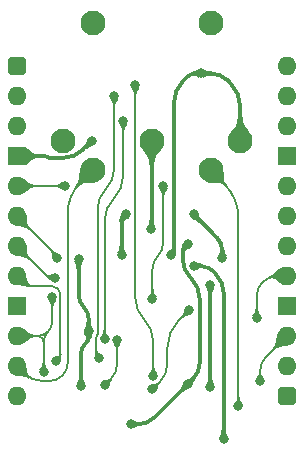
<source format=gbl>
%TF.GenerationSoftware,KiCad,Pcbnew,8.0.7*%
%TF.CreationDate,2025-02-05T15:24:52+02:00*%
%TF.ProjectId,SNES Controller Reader,534e4553-2043-46f6-9e74-726f6c6c6572,V2*%
%TF.SameCoordinates,Original*%
%TF.FileFunction,Copper,L2,Bot*%
%TF.FilePolarity,Positive*%
%FSLAX46Y46*%
G04 Gerber Fmt 4.6, Leading zero omitted, Abs format (unit mm)*
G04 Created by KiCad (PCBNEW 8.0.7) date 2025-02-05 15:24:52*
%MOMM*%
%LPD*%
G01*
G04 APERTURE LIST*
G04 Aperture macros list*
%AMRoundRect*
0 Rectangle with rounded corners*
0 $1 Rounding radius*
0 $2 $3 $4 $5 $6 $7 $8 $9 X,Y pos of 4 corners*
0 Add a 4 corners polygon primitive as box body*
4,1,4,$2,$3,$4,$5,$6,$7,$8,$9,$2,$3,0*
0 Add four circle primitives for the rounded corners*
1,1,$1+$1,$2,$3*
1,1,$1+$1,$4,$5*
1,1,$1+$1,$6,$7*
1,1,$1+$1,$8,$9*
0 Add four rect primitives between the rounded corners*
20,1,$1+$1,$2,$3,$4,$5,0*
20,1,$1+$1,$4,$5,$6,$7,0*
20,1,$1+$1,$6,$7,$8,$9,0*
20,1,$1+$1,$8,$9,$2,$3,0*%
G04 Aperture macros list end*
%TA.AperFunction,ComponentPad*%
%ADD10C,2.100000*%
%TD*%
%TA.AperFunction,ComponentPad*%
%ADD11RoundRect,0.400000X-0.400000X-0.400000X0.400000X-0.400000X0.400000X0.400000X-0.400000X0.400000X0*%
%TD*%
%TA.AperFunction,ComponentPad*%
%ADD12O,1.600000X1.600000*%
%TD*%
%TA.AperFunction,ComponentPad*%
%ADD13R,1.600000X1.600000*%
%TD*%
%TA.AperFunction,ViaPad*%
%ADD14C,0.800000*%
%TD*%
%TA.AperFunction,Conductor*%
%ADD15C,0.380000*%
%TD*%
%TA.AperFunction,Conductor*%
%ADD16C,0.200000*%
%TD*%
G04 APERTURE END LIST*
D10*
%TO.P,J1,1*%
%TO.N,Serial PL*%
X3930000Y-6350000D03*
%TO.P,J1,2*%
%TO.N,GND*%
X11430000Y-6350000D03*
%TO.P,J1,3*%
%TO.N,5V*%
X18930000Y-6350000D03*
%TO.P,J1,4*%
%TO.N,Serial CP*%
X6430000Y-8850000D03*
%TO.P,J1,5*%
%TO.N,/Serial Data _{IN}*%
X16430000Y-8850000D03*
%TO.P,J1,6*%
%TO.N,unconnected-(J1-Pad6)*%
X6430000Y3650000D03*
%TO.P,J1,7*%
%TO.N,unconnected-(J1-Pad7)*%
X16430000Y3650000D03*
%TD*%
D11*
%TO.P,J2,1,Pin_1*%
%TO.N,5V*%
X0Y0D03*
D12*
%TO.P,J2,2,Pin_2*%
%TO.N,D4*%
X0Y-2540000D03*
%TO.P,J2,3,Pin_3*%
%TO.N,D3*%
X0Y-5080000D03*
D13*
%TO.P,J2,4,Pin_4*%
%TO.N,GND*%
X0Y-7620000D03*
D12*
%TO.P,J2,5,Pin_5*%
%TO.N,D2*%
X0Y-10160000D03*
%TO.P,J2,6,Pin_6*%
%TO.N,D1*%
X0Y-12700000D03*
%TO.P,J2,7,Pin_7*%
%TO.N,D0*%
X0Y-15240000D03*
%TO.P,J2,8,Pin_8*%
%TO.N,~{Reset}*%
X0Y-17780000D03*
D13*
%TO.P,J2,9,Pin_9*%
%TO.N,GND*%
X0Y-20320000D03*
D12*
%TO.P,J2,10,Pin_10*%
%TO.N,Serial PL*%
X0Y-22860000D03*
%TO.P,J2,11,Pin_11*%
%TO.N,Serial CP*%
X0Y-25400000D03*
%TO.P,J2,12,Pin_12*%
%TO.N,~{Serial CP}*%
X0Y-27940000D03*
D11*
%TO.P,J2,13,Pin_13*%
%TO.N,5V*%
X22860000Y-27940000D03*
D12*
%TO.P,J2,14,Pin_14*%
%TO.N,~{Read High}*%
X22860000Y-25400000D03*
%TO.P,J2,15,Pin_15*%
%TO.N,Serial Data*%
X22860000Y-22860000D03*
D13*
%TO.P,J2,16,Pin_16*%
%TO.N,GND*%
X22860000Y-20320000D03*
D12*
%TO.P,J2,17,Pin_17*%
%TO.N,~{Read Low}*%
X22860000Y-17780000D03*
%TO.P,J2,18,Pin_18*%
%TO.N,unconnected-(J2-Pin_18-Pad18)*%
X22860000Y-15240000D03*
%TO.P,J2,19,Pin_19*%
%TO.N,unconnected-(J2-Pin_19-Pad19)*%
X22860000Y-12700000D03*
%TO.P,J2,20,Pin_20*%
%TO.N,unconnected-(J2-Pin_20-Pad20)*%
X22860000Y-10160000D03*
D13*
%TO.P,J2,21,Pin_21*%
%TO.N,GND*%
X22860000Y-7620000D03*
D12*
%TO.P,J2,22,Pin_22*%
%TO.N,D5*%
X22860000Y-5080000D03*
%TO.P,J2,23,Pin_23*%
%TO.N,D6*%
X22860000Y-2540000D03*
%TO.P,J2,24,Pin_24*%
%TO.N,D7*%
X22860000Y0D03*
%TD*%
D14*
%TO.N,/3.3V*%
X14986000Y-12573000D03*
X17405505Y-16256005D03*
X9271000Y-12573006D03*
X16383000Y-27178006D03*
X8890000Y-16002006D03*
X16383000Y-18542000D03*
%TO.N,GND*%
X11404000Y-13817000D03*
X9654861Y-30314000D03*
X14478004Y-26924000D03*
X14478000Y-15113000D03*
X5444790Y-27108195D03*
X6096000Y-22479000D03*
X5250000Y-16383000D03*
X6350000Y-6350000D03*
%TO.N,5V*%
X17526000Y-31623000D03*
X15621000Y-635000D03*
X13081000Y-16002000D03*
X14986002Y-16939176D03*
%TO.N,D6*%
X8254996Y-2540000D03*
X6985000Y-24765000D03*
%TO.N,~{Read Low}*%
X20320000Y-21336000D03*
%TO.N,D7*%
X10033001Y-1651001D03*
X11557000Y-26289000D03*
%TO.N,D0*%
X3253572Y-17915844D03*
%TO.N,D5*%
X9017000Y-4699000D03*
X7442871Y-23161438D03*
%TO.N,D1*%
X3429000Y-16256000D03*
%TO.N,/Q7S*%
X11479800Y-27387500D03*
X14577755Y-20700201D03*
%TO.N,D2*%
X4064000Y-10160000D03*
X11493557Y-19709000D03*
X12405996Y-10200004D03*
%TO.N,~{Reset}*%
X3313190Y-25019822D03*
%TO.N,Serial Data*%
X20597502Y-26693502D03*
%TO.N,Serial PL*%
X2286000Y-25908000D03*
X3006354Y-19581353D03*
X8490503Y-23219000D03*
X7493000Y-26980900D03*
%TO.N,/Serial Data _{IN}*%
X18772500Y-28829000D03*
%TD*%
D15*
%TO.N,/3.3V*%
X16958790Y-14545790D02*
G75*
G02*
X17405529Y-15624255I-1078490J-1078510D01*
G01*
X9080500Y-12763506D02*
G75*
G03*
X8890007Y-13223413I459900J-459894D01*
G01*
D16*
%TO.N,/Serial Data _{IN}*%
X17601250Y-10021250D02*
G75*
G02*
X18772501Y-12848897I-2827650J-2827650D01*
G01*
%TO.N,Serial CP*%
X3873499Y-26225501D02*
G75*
G02*
X2800383Y-26670001I-1073119J1073121D01*
G01*
X635000Y-26035000D02*
G75*
G03*
X2168025Y-26670002I1533030J1533030D01*
G01*
X4317998Y-25152385D02*
G75*
G02*
X3873497Y-26225499I-1517618J5D01*
G01*
X5373999Y-9906001D02*
G75*
G03*
X4318004Y-12455412I2549401J-2549399D01*
G01*
%TO.N,Serial PL*%
X1776632Y-22860000D02*
G75*
G03*
X2646177Y-22499823I-2J1229730D01*
G01*
X2286000Y-23369367D02*
G75*
G03*
X1776632Y-22860000I-509370J-3D01*
G01*
X2646177Y-22499823D02*
G75*
G03*
X2286002Y-23369367I869533J-869537D01*
G01*
X8490503Y-25278055D02*
G75*
G02*
X7991750Y-26482147I-1702853J5D01*
G01*
X3006354Y-21630278D02*
G75*
G02*
X2646178Y-22499824I-1229724J-2D01*
G01*
%TO.N,Serial Data*%
X21152935Y-24567064D02*
G75*
G03*
X20597510Y-25908000I1340965J-1340936D01*
G01*
%TO.N,~{Reset}*%
X3511587Y-18860612D02*
G75*
G03*
X3041374Y-18665854I-470187J-470188D01*
G01*
X3511587Y-18860612D02*
G75*
G02*
X3706346Y-19330825I-470187J-470188D01*
G01*
X3706356Y-24348645D02*
G75*
G02*
X3509772Y-24823238I-671186J5D01*
G01*
X442922Y-18222922D02*
G75*
G03*
X1512230Y-18665843I1069308J1069312D01*
G01*
%TO.N,D2*%
X12405996Y-14988705D02*
G75*
G02*
X11949767Y-16090107I-1557596J5D01*
G01*
X11949776Y-16090116D02*
G75*
G03*
X11493580Y-17191527I1101424J-1101384D01*
G01*
%TO.N,/Q7S*%
X12766150Y-25191563D02*
G75*
G02*
X12122974Y-26744324I-2195940J3D01*
G01*
X13671952Y-21606003D02*
G75*
G03*
X12766166Y-23792804I2186848J-2186797D01*
G01*
%TO.N,D1*%
X3384098Y-16084098D02*
G75*
G02*
X3429001Y-16192500I-108398J-108402D01*
G01*
%TO.N,D5*%
X9017000Y-9300922D02*
G75*
G02*
X8229935Y-11201064I-2687210J2D01*
G01*
X8229935Y-11201064D02*
G75*
G03*
X7442881Y-13101206I1900165J-1900136D01*
G01*
%TO.N,D0*%
X2471586Y-17711586D02*
G75*
G03*
X2964708Y-17915849I493114J493086D01*
G01*
%TO.N,D7*%
X10032999Y-19623368D02*
G75*
G03*
X10794999Y-21463000I2601631J-2D01*
G01*
X10794999Y-21463000D02*
G75*
G02*
X11556987Y-23302632I-1839599J-1839600D01*
G01*
%TO.N,~{Read Low}*%
X22054420Y-17780000D02*
G75*
G03*
X20827994Y-18287994I-20J-1734400D01*
G01*
X20828000Y-18288000D02*
G75*
G03*
X20320008Y-19514420I1226400J-1226400D01*
G01*
%TO.N,D6*%
X6731000Y-24331394D02*
G75*
G03*
X6857998Y-24638002I433600J-6D01*
G01*
X7550498Y-10425816D02*
G75*
G03*
X6846015Y-12126624I1700802J-1700784D01*
G01*
X6788500Y-22847161D02*
G75*
G03*
X6730980Y-22985978I138800J-138839D01*
G01*
X6846000Y-22708343D02*
G75*
G02*
X6788475Y-22847136I-196300J43D01*
G01*
X8254996Y-8725007D02*
G75*
G02*
X7550492Y-10425810I-2405296J7D01*
G01*
D15*
%TO.N,5V*%
X15176500Y-635000D02*
G75*
G03*
X14417695Y-949312I0J-1073100D01*
G01*
X16854459Y-17610717D02*
G75*
G02*
X17526023Y-19231960I-1621259J-1621283D01*
G01*
X14033500Y-1333500D02*
G75*
G03*
X13335012Y-3019828I1686300J-1686300D01*
G01*
X17855716Y-1218716D02*
G75*
G03*
X16446500Y-634990I-1409216J-1409184D01*
G01*
X18101000Y-1464000D02*
G75*
G02*
X18930007Y-3465383I-2001400J-2001400D01*
G01*
X13335000Y-15568394D02*
G75*
G02*
X13208002Y-15875002I-433600J-6D01*
G01*
X16606091Y-17362349D02*
G75*
G03*
X15584460Y-16939210I-1021591J-1021651D01*
G01*
%TO.N,GND*%
X2581050Y-7705950D02*
G75*
G03*
X2373548Y-7620021I-207450J-207450D01*
G01*
X5629050Y-7070950D02*
G75*
G02*
X3888522Y-7791901I-1740530J1740530D01*
G01*
X5770394Y-23566604D02*
G75*
G03*
X5444785Y-24352685I786106J-786096D01*
G01*
X11430000Y-13772615D02*
G75*
G02*
X11416996Y-13803996I-44400J15D01*
G01*
X15494000Y-25189586D02*
G75*
G02*
X14986006Y-26416006I-1734400J-14D01*
G01*
X11594696Y-29807307D02*
G75*
G02*
X10371432Y-30314010I-1223296J1223307D01*
G01*
X14273500Y-15317500D02*
G75*
G03*
X14069003Y-15811206I493700J-493700D01*
G01*
X2581050Y-7705950D02*
G75*
G03*
X2788551Y-7791920I207550J207550D01*
G01*
X5673000Y-20405000D02*
G75*
G02*
X6095995Y-21426212I-1021200J-1021200D01*
G01*
X5250000Y-19383787D02*
G75*
G03*
X5672999Y-20405001I1444210J-3D01*
G01*
X14069000Y-16394202D02*
G75*
G03*
X14685738Y-17883147I2105700J2D01*
G01*
X14781500Y-17978905D02*
G75*
G02*
X15493985Y-19699032I-1720100J-1720095D01*
G01*
X6096000Y-22860000D02*
G75*
G02*
X5826589Y-23510404I-919800J0D01*
G01*
%TO.N,/3.3V*%
X17405505Y-16256005D02*
X17405505Y-15624255D01*
X8890000Y-16002006D02*
X8890000Y-13223413D01*
X9271000Y-12573006D02*
X9080500Y-12763506D01*
X16383000Y-18542000D02*
X16383000Y-27178006D01*
X16958790Y-14545790D02*
X14986000Y-12573000D01*
%TO.N,GND*%
X14069000Y-15811206D02*
X14069000Y-16394202D01*
X11594696Y-29807307D02*
X14478004Y-26924000D01*
X6096000Y-22860000D02*
X6096000Y-22479000D01*
X9654861Y-30314000D02*
X10371432Y-30314000D01*
X14685740Y-17883145D02*
X14781500Y-17978905D01*
X11404000Y-13817000D02*
X11417000Y-13804000D01*
X2373548Y-7620000D02*
X0Y-7620000D01*
X5770394Y-23566604D02*
X5826592Y-23510407D01*
X6096000Y-21426212D02*
X6096000Y-22479000D01*
X15494000Y-25189586D02*
X15494000Y-19699032D01*
X11430000Y-13772615D02*
X11430000Y-6350000D01*
X5444790Y-24352685D02*
X5444790Y-27108195D01*
X5629050Y-7070950D02*
X6350000Y-6350000D01*
X14986002Y-26416002D02*
X14478004Y-26924000D01*
X5250000Y-16383000D02*
X5250000Y-19383787D01*
X14273500Y-15317500D02*
X14478000Y-15113000D01*
X3888522Y-7791900D02*
X2788551Y-7791900D01*
%TO.N,5V*%
X15621000Y-635000D02*
X16446500Y-635000D01*
X15176500Y-635000D02*
X15621000Y-635000D01*
X13081000Y-16002000D02*
X13208000Y-15875000D01*
X14417691Y-949308D02*
X14033500Y-1333500D01*
X17855716Y-1218716D02*
X18101000Y-1464000D01*
X16854459Y-17610717D02*
X16606091Y-17362349D01*
X17526000Y-31623000D02*
X17526000Y-19231960D01*
X14986002Y-16939176D02*
X15584460Y-16939176D01*
X13335000Y-3019828D02*
X13335000Y-15568394D01*
X18930000Y-3465383D02*
X18930000Y-6350000D01*
D16*
%TO.N,D6*%
X6858000Y-24638000D02*
X6985000Y-24765000D01*
X8254996Y-2540000D02*
X8254996Y-8725007D01*
X6846000Y-12126624D02*
X6846000Y-22708343D01*
X6731000Y-24331394D02*
X6731000Y-22985978D01*
%TO.N,~{Read Low}*%
X20320000Y-21336000D02*
X20320000Y-19514420D01*
X22054420Y-17780000D02*
X22860000Y-17780000D01*
%TO.N,D7*%
X10032999Y-1651003D02*
X10033001Y-1651001D01*
X10032999Y-1651003D02*
X10032999Y-19623368D01*
X11557000Y-26289000D02*
X11557000Y-23302632D01*
%TO.N,D0*%
X2471586Y-17711586D02*
X0Y-15240000D01*
X2964708Y-17915844D02*
X3253572Y-17915844D01*
%TO.N,D5*%
X7442871Y-23161438D02*
X7442871Y-13101206D01*
X9017000Y-4699000D02*
X9017000Y-9300922D01*
%TO.N,D1*%
X3429000Y-16192500D02*
X3429000Y-16256000D01*
X3384098Y-16084098D02*
X0Y-12700000D01*
%TO.N,/Q7S*%
X12766150Y-25191563D02*
X12766150Y-23792804D01*
X11479800Y-27387500D02*
X12122975Y-26744325D01*
X14577755Y-20700201D02*
X13671952Y-21606003D01*
%TO.N,D2*%
X12405996Y-14988705D02*
X12405996Y-10200004D01*
X4064000Y-10160000D02*
X0Y-10160000D01*
X11493557Y-17191527D02*
X11493557Y-19709000D01*
%TO.N,~{Reset}*%
X3041374Y-18665844D02*
X1512230Y-18665844D01*
X3706356Y-19330825D02*
X3706356Y-24348645D01*
X3509773Y-24823239D02*
X3313190Y-25019822D01*
%TO.N,Serial Data*%
X21152935Y-24567064D02*
X22860000Y-22860000D01*
X20597502Y-25908000D02*
X20597502Y-26693502D01*
%TO.N,Serial PL*%
X1776632Y-22860000D02*
X0Y-22860000D01*
X3006354Y-21630278D02*
X3006354Y-19581353D01*
X2286000Y-23369367D02*
X2286000Y-25908000D01*
X7991751Y-26482148D02*
X7493000Y-26980900D01*
X8490503Y-25278055D02*
X8490503Y-23219000D01*
%TO.N,Serial CP*%
X2800383Y-26670000D02*
X2168025Y-26670000D01*
X635000Y-26035000D02*
X0Y-25400000D01*
X4317998Y-25152385D02*
X4317998Y-12455412D01*
X5373999Y-9906001D02*
X6430000Y-8850000D01*
%TO.N,/Serial Data _{IN}*%
X18772500Y-28829000D02*
X18772500Y-12848897D01*
X17601250Y-10021250D02*
X16430000Y-8850000D01*
%TD*%
%TA.AperFunction,Conductor*%
%TO.N,/3.3V*%
G36*
X8912135Y-12424330D02*
G01*
X9268823Y-12571110D01*
X9272659Y-12573671D01*
X9544103Y-12846075D01*
X9547515Y-12854355D01*
X9544074Y-12862622D01*
X9542608Y-12863860D01*
X9422357Y-12949611D01*
X9419711Y-12951026D01*
X9293181Y-12998984D01*
X9293093Y-12999016D01*
X9184214Y-13039294D01*
X9184213Y-13039294D01*
X9108420Y-13109389D01*
X9108420Y-13109390D01*
X9081925Y-13237897D01*
X9076898Y-13245307D01*
X9070466Y-13247234D01*
X8711997Y-13247234D01*
X8703724Y-13243807D01*
X8700297Y-13235534D01*
X8700301Y-13235241D01*
X8705213Y-13039294D01*
X8705294Y-13036037D01*
X8705379Y-13034907D01*
X8723876Y-12886271D01*
X8724231Y-12884527D01*
X8759983Y-12759049D01*
X8760387Y-12757876D01*
X8817934Y-12616139D01*
X8896921Y-12430567D01*
X8903313Y-12424299D01*
X8912135Y-12424330D01*
G37*
%TD.AperFunction*%
%TD*%
%TA.AperFunction,Conductor*%
%TO.N,~{Reset}*%
G36*
X3793880Y-24355506D02*
G01*
X3802067Y-24359131D01*
X3805295Y-24367484D01*
X3805263Y-24368103D01*
X3793499Y-24520664D01*
X3793303Y-24522075D01*
X3770058Y-24637425D01*
X3769902Y-24638097D01*
X3743614Y-24737779D01*
X3722090Y-24854202D01*
X3713783Y-25008777D01*
X3709917Y-25016854D01*
X3702129Y-25019849D01*
X3318041Y-25020808D01*
X3309760Y-25017402D01*
X3309724Y-25017366D01*
X3159827Y-24866927D01*
X3040454Y-24747123D01*
X3037043Y-24738845D01*
X3040485Y-24730578D01*
X3042301Y-24729098D01*
X3181990Y-24637020D01*
X3185397Y-24635490D01*
X3336325Y-24595093D01*
X3336813Y-24594975D01*
X3470543Y-24565980D01*
X3566709Y-24500685D01*
X3603911Y-24359927D01*
X3609339Y-24352805D01*
X3615501Y-24351221D01*
X3793880Y-24355506D01*
G37*
%TD.AperFunction*%
%TD*%
%TA.AperFunction,Conductor*%
%TO.N,~{Reset}*%
G36*
X735966Y-17478858D02*
G01*
X742294Y-17485194D01*
X742725Y-17486426D01*
X830932Y-17792676D01*
X831274Y-17794281D01*
X870022Y-18069187D01*
X870027Y-18069217D01*
X920743Y-18292810D01*
X1048353Y-18455987D01*
X1308679Y-18547233D01*
X1315353Y-18553203D01*
X1316365Y-18560104D01*
X1288470Y-18736224D01*
X1283791Y-18743860D01*
X1275084Y-18745950D01*
X1274867Y-18745913D01*
X969197Y-18691586D01*
X968877Y-18691525D01*
X743748Y-18645019D01*
X548614Y-18609907D01*
X548607Y-18609906D01*
X321417Y-18587728D01*
X286985Y-18586900D01*
X11404Y-18580274D01*
X3215Y-18576649D01*
X-14Y-18568593D01*
X-977Y-17787674D01*
X2439Y-17779399D01*
X6247Y-17776852D01*
X727013Y-17478852D01*
X735966Y-17478858D01*
G37*
%TD.AperFunction*%
%TD*%
%TA.AperFunction,Conductor*%
%TO.N,D0*%
G36*
X3104962Y-17557165D02*
G01*
X3105419Y-17558136D01*
X3251281Y-17909290D01*
X3251290Y-17918245D01*
X3248728Y-17922072D01*
X2978488Y-18190966D01*
X2970207Y-18194372D01*
X2962509Y-18191458D01*
X2846348Y-18089294D01*
X2846345Y-18089292D01*
X2846344Y-18089291D01*
X2846339Y-18089287D01*
X2746435Y-18025457D01*
X2746432Y-18025455D01*
X2746430Y-18025454D01*
X2746427Y-18025452D01*
X2654681Y-17977359D01*
X2653939Y-17976935D01*
X2565618Y-17922072D01*
X2554027Y-17914871D01*
X2552641Y-17913862D01*
X2547244Y-17909290D01*
X2436271Y-17815287D01*
X2432174Y-17807326D01*
X2434906Y-17798799D01*
X2435392Y-17798261D01*
X2558687Y-17670142D01*
X2566891Y-17666558D01*
X2573566Y-17668495D01*
X2672565Y-17733946D01*
X2765641Y-17734203D01*
X2766155Y-17734205D01*
X2766155Y-17734204D01*
X2766157Y-17734205D01*
X2859691Y-17687371D01*
X2966181Y-17617215D01*
X2967141Y-17616648D01*
X3089156Y-17552275D01*
X3098071Y-17551446D01*
X3104962Y-17557165D01*
G37*
%TD.AperFunction*%
%TD*%
%TA.AperFunction,Conductor*%
%TO.N,D6*%
G36*
X6829432Y-24055642D02*
G01*
X6832686Y-24061910D01*
X6855628Y-24193808D01*
X6922356Y-24273534D01*
X6922358Y-24273536D01*
X7020458Y-24325463D01*
X7020478Y-24325473D01*
X7020486Y-24325477D01*
X7068434Y-24348972D01*
X7138156Y-24383138D01*
X7140116Y-24384352D01*
X7257258Y-24474052D01*
X7261743Y-24481801D01*
X7259434Y-24490453D01*
X7258433Y-24491599D01*
X6988441Y-24762546D01*
X6980174Y-24765987D01*
X6980124Y-24765987D01*
X6596990Y-24765029D01*
X6588725Y-24761581D01*
X6585319Y-24753300D01*
X6585321Y-24753090D01*
X6589774Y-24588353D01*
X6589814Y-24587675D01*
X6601179Y-24462812D01*
X6601212Y-24462509D01*
X6614808Y-24354542D01*
X6626216Y-24229198D01*
X6630692Y-24063598D01*
X6634341Y-24055421D01*
X6642388Y-24052215D01*
X6821159Y-24052215D01*
X6829432Y-24055642D01*
G37*
%TD.AperFunction*%
%TD*%
%TA.AperFunction,Conductor*%
%TO.N,5V*%
G36*
X13521267Y-15292831D02*
G01*
X13524694Y-15301104D01*
X13524690Y-15301407D01*
X13520433Y-15465962D01*
X13520393Y-15466674D01*
X13509528Y-15591454D01*
X13509488Y-15591838D01*
X13496488Y-15699756D01*
X13494799Y-15719157D01*
X13485576Y-15825080D01*
X13485576Y-15825094D01*
X13481294Y-15990631D01*
X13477654Y-15998812D01*
X13469627Y-16002028D01*
X13085875Y-16002987D01*
X13077594Y-15999581D01*
X13077558Y-15999546D01*
X13076827Y-15998812D01*
X12807153Y-15728185D01*
X12803742Y-15719906D01*
X12807183Y-15711639D01*
X12807913Y-15710971D01*
X12908698Y-15626417D01*
X12909755Y-15625629D01*
X13004594Y-15563059D01*
X13079143Y-15503731D01*
X13127672Y-15421387D01*
X13143664Y-15299581D01*
X13148138Y-15291824D01*
X13155264Y-15289404D01*
X13512994Y-15289404D01*
X13521267Y-15292831D01*
G37*
%TD.AperFunction*%
%TD*%
%TA.AperFunction,Conductor*%
%TO.N,GND*%
G36*
X14119011Y-14964273D02*
G01*
X14475840Y-15111106D01*
X14479676Y-15113668D01*
X14750974Y-15385939D01*
X14754386Y-15394217D01*
X14750944Y-15402484D01*
X14749354Y-15403810D01*
X14624873Y-15490142D01*
X14621941Y-15491615D01*
X14489564Y-15536225D01*
X14489298Y-15536311D01*
X14373896Y-15572153D01*
X14373892Y-15572155D01*
X14292162Y-15639509D01*
X14261678Y-15769906D01*
X14256458Y-15777182D01*
X14250100Y-15778942D01*
X13891705Y-15773279D01*
X13883487Y-15769721D01*
X13880191Y-15761395D01*
X13880204Y-15761027D01*
X13890388Y-15564529D01*
X13890551Y-15563100D01*
X13895298Y-15536311D01*
X13916306Y-15417730D01*
X13916790Y-15415891D01*
X13959815Y-15293576D01*
X13960181Y-15292662D01*
X14023217Y-15153799D01*
X14103850Y-14970384D01*
X14110317Y-14964191D01*
X14119011Y-14964273D01*
G37*
%TD.AperFunction*%
%TD*%
%TA.AperFunction,Conductor*%
%TO.N,GND*%
G36*
X6098555Y-22478983D02*
G01*
X6435692Y-22619617D01*
X6454805Y-22627590D01*
X6461122Y-22633938D01*
X6461121Y-22642840D01*
X6393629Y-22806861D01*
X6343283Y-22931150D01*
X6300139Y-23038584D01*
X6300126Y-23038617D01*
X6249799Y-23162860D01*
X6249775Y-23162919D01*
X6182327Y-23326833D01*
X6176010Y-23333180D01*
X6167056Y-23333200D01*
X5835990Y-23196066D01*
X5829659Y-23189735D01*
X5829081Y-23182569D01*
X5833736Y-23162860D01*
X5866471Y-23024254D01*
X5840694Y-22900902D01*
X5782164Y-22790536D01*
X5781849Y-22789895D01*
X5723602Y-22661746D01*
X5722681Y-22658628D01*
X5697988Y-22492385D01*
X5700162Y-22483700D01*
X5707842Y-22479095D01*
X5709523Y-22478968D01*
X6094028Y-22478082D01*
X6098555Y-22478983D01*
G37*
%TD.AperFunction*%
%TD*%
%TA.AperFunction,Conductor*%
%TO.N,/3.3V*%
G36*
X17588352Y-15478565D02*
G01*
X17593015Y-15486106D01*
X17617873Y-15635107D01*
X17641899Y-15748369D01*
X17670939Y-15844248D01*
X17712745Y-15952516D01*
X17770589Y-16092148D01*
X17770590Y-16101103D01*
X17764284Y-16107424D01*
X17410163Y-16255114D01*
X17401208Y-16255136D01*
X17401159Y-16255116D01*
X17047432Y-16107715D01*
X17041113Y-16101369D01*
X17041132Y-16092415D01*
X17041408Y-16091804D01*
X17102755Y-15966666D01*
X17103215Y-15965823D01*
X17162005Y-15868502D01*
X17205518Y-15782238D01*
X17225961Y-15679940D01*
X17216532Y-15544795D01*
X17219375Y-15536307D01*
X17226371Y-15532429D01*
X17579646Y-15476475D01*
X17588352Y-15478565D01*
G37*
%TD.AperFunction*%
%TD*%
%TA.AperFunction,Conductor*%
%TO.N,/3.3V*%
G36*
X9077010Y-15205433D02*
G01*
X9080429Y-15213261D01*
X9086340Y-15368424D01*
X9106202Y-15485418D01*
X9140853Y-15583914D01*
X9140858Y-15583927D01*
X9191483Y-15694642D01*
X9191548Y-15694785D01*
X9254732Y-15838007D01*
X9254936Y-15846959D01*
X9248749Y-15853434D01*
X9248529Y-15853528D01*
X8894502Y-16001129D01*
X8885548Y-16001150D01*
X8885498Y-16001129D01*
X8531470Y-15853528D01*
X8525152Y-15847181D01*
X8525173Y-15838227D01*
X8525236Y-15838077D01*
X8588450Y-15694785D01*
X8639145Y-15583913D01*
X8673794Y-15485422D01*
X8693658Y-15368418D01*
X8699571Y-15213259D01*
X8703311Y-15205124D01*
X8711263Y-15202006D01*
X9068737Y-15202006D01*
X9077010Y-15205433D01*
G37*
%TD.AperFunction*%
%TD*%
%TA.AperFunction,Conductor*%
%TO.N,/3.3V*%
G36*
X16570010Y-26381433D02*
G01*
X16573429Y-26389261D01*
X16579340Y-26544424D01*
X16599202Y-26661418D01*
X16633853Y-26759914D01*
X16633858Y-26759927D01*
X16684483Y-26870642D01*
X16684548Y-26870785D01*
X16747732Y-27014007D01*
X16747936Y-27022959D01*
X16741749Y-27029434D01*
X16741529Y-27029528D01*
X16387502Y-27177129D01*
X16378548Y-27177150D01*
X16378498Y-27177129D01*
X16024470Y-27029528D01*
X16018152Y-27023181D01*
X16018173Y-27014227D01*
X16018236Y-27014077D01*
X16081450Y-26870785D01*
X16132145Y-26759913D01*
X16166794Y-26661422D01*
X16186658Y-26544418D01*
X16192571Y-26389259D01*
X16196311Y-26381124D01*
X16204263Y-26378006D01*
X16561737Y-26378006D01*
X16570010Y-26381433D01*
G37*
%TD.AperFunction*%
%TD*%
%TA.AperFunction,Conductor*%
%TO.N,/3.3V*%
G36*
X16741529Y-18690477D02*
G01*
X16747847Y-18696824D01*
X16747826Y-18705778D01*
X16747732Y-18705999D01*
X16684558Y-18849195D01*
X16684493Y-18849337D01*
X16633858Y-18960076D01*
X16633853Y-18960089D01*
X16599202Y-19058585D01*
X16579340Y-19175580D01*
X16573429Y-19330745D01*
X16569689Y-19338882D01*
X16561737Y-19342000D01*
X16204263Y-19342000D01*
X16195990Y-19338573D01*
X16192571Y-19330746D01*
X16192571Y-19330745D01*
X16186658Y-19175587D01*
X16166794Y-19058582D01*
X16132145Y-18960091D01*
X16132143Y-18960087D01*
X16132139Y-18960076D01*
X16081504Y-18849338D01*
X16081439Y-18849195D01*
X16018266Y-18705996D01*
X16018063Y-18697046D01*
X16024250Y-18690571D01*
X16024399Y-18690506D01*
X16378500Y-18542875D01*
X16387449Y-18542855D01*
X16741529Y-18690477D01*
G37*
%TD.AperFunction*%
%TD*%
%TA.AperFunction,Conductor*%
%TO.N,/3.3V*%
G36*
X15353462Y-12424492D02*
G01*
X15359780Y-12430839D01*
X15359869Y-12431061D01*
X15416448Y-12576969D01*
X15416503Y-12577115D01*
X15459015Y-12691255D01*
X15478562Y-12732020D01*
X15504157Y-12785397D01*
X15572849Y-12882181D01*
X15572849Y-12882182D01*
X15628788Y-12942552D01*
X15678381Y-12996073D01*
X15681491Y-13004470D01*
X15678072Y-13012298D01*
X15425298Y-13265072D01*
X15417025Y-13268499D01*
X15409073Y-13265381D01*
X15366279Y-13225728D01*
X15295182Y-13159849D01*
X15198397Y-13091157D01*
X15145020Y-13065562D01*
X15104255Y-13046015D01*
X15104247Y-13046012D01*
X15104245Y-13046011D01*
X15104246Y-13046011D01*
X14990115Y-13003503D01*
X14989969Y-13003448D01*
X14844061Y-12946869D01*
X14837586Y-12940682D01*
X14837382Y-12931730D01*
X14837443Y-12931577D01*
X14983437Y-12576802D01*
X14989753Y-12570457D01*
X15344509Y-12424471D01*
X15353462Y-12424492D01*
G37*
%TD.AperFunction*%
%TD*%
%TA.AperFunction,Conductor*%
%TO.N,GND*%
G36*
X14119464Y-26775458D02*
G01*
X14474199Y-26921436D01*
X14480546Y-26927754D01*
X14480567Y-26927804D01*
X14626532Y-27282508D01*
X14626511Y-27291462D01*
X14620164Y-27297780D01*
X14619942Y-27297869D01*
X14474032Y-27354448D01*
X14473886Y-27354503D01*
X14359756Y-27397011D01*
X14359749Y-27397013D01*
X14359747Y-27397015D01*
X14343572Y-27404770D01*
X14265604Y-27442156D01*
X14168821Y-27510848D01*
X14168820Y-27510848D01*
X14054930Y-27616380D01*
X14046533Y-27619490D01*
X14038705Y-27616071D01*
X13785931Y-27363298D01*
X13782504Y-27355025D01*
X13785620Y-27347075D01*
X13891155Y-27233180D01*
X13959843Y-27136399D01*
X14004987Y-27042255D01*
X14047539Y-26928010D01*
X14104134Y-26782060D01*
X14110321Y-26775586D01*
X14119273Y-26775382D01*
X14119464Y-26775458D01*
G37*
%TD.AperFunction*%
%TD*%
%TA.AperFunction,Conductor*%
%TO.N,GND*%
G36*
X9818550Y-29949387D02*
G01*
X9818953Y-29949564D01*
X9942028Y-30006710D01*
X9942579Y-30006984D01*
X10037811Y-30057765D01*
X10122145Y-30095453D01*
X10223012Y-30118132D01*
X10357083Y-30123581D01*
X10365209Y-30127341D01*
X10368305Y-30135067D01*
X10374556Y-30492830D01*
X10371274Y-30501161D01*
X10363634Y-30504708D01*
X10228030Y-30513718D01*
X10228013Y-30513721D01*
X10125929Y-30536659D01*
X10125922Y-30536661D01*
X10040490Y-30572690D01*
X10040484Y-30572692D01*
X9944034Y-30621575D01*
X9943593Y-30621787D01*
X9818931Y-30678545D01*
X9809982Y-30678855D01*
X9803435Y-30672745D01*
X9803284Y-30672399D01*
X9782094Y-30621575D01*
X9655737Y-30318516D01*
X9655717Y-30309567D01*
X9803250Y-29955682D01*
X9809595Y-29949366D01*
X9818550Y-29949387D01*
G37*
%TD.AperFunction*%
%TD*%
%TA.AperFunction,Conductor*%
%TO.N,GND*%
G36*
X807714Y-6828830D02*
G01*
X808231Y-6829382D01*
X959998Y-7002359D01*
X960001Y-7002362D01*
X1120000Y-7154542D01*
X1120004Y-7154545D01*
X1280001Y-7276544D01*
X1375617Y-7331414D01*
X1439999Y-7368361D01*
X1440003Y-7368362D01*
X1440004Y-7368363D01*
X1592506Y-7427113D01*
X1598994Y-7433285D01*
X1600000Y-7438031D01*
X1600000Y-7801968D01*
X1596573Y-7810241D01*
X1592506Y-7812886D01*
X1440000Y-7871637D01*
X1280001Y-7963454D01*
X1120004Y-8085453D01*
X1120000Y-8085456D01*
X960001Y-8237636D01*
X959998Y-8237639D01*
X808231Y-8410617D01*
X800199Y-8414576D01*
X791720Y-8411696D01*
X791168Y-8411179D01*
X342883Y-7963454D01*
X7287Y-7628277D01*
X3856Y-7620007D01*
X7278Y-7611732D01*
X7288Y-7611722D01*
X185948Y-7433285D01*
X791169Y-6828819D01*
X799443Y-6825398D01*
X807714Y-6828830D01*
G37*
%TD.AperFunction*%
%TD*%
%TA.AperFunction,Conductor*%
%TO.N,GND*%
G36*
X6283010Y-21682427D02*
G01*
X6286429Y-21690255D01*
X6292340Y-21845418D01*
X6312202Y-21962412D01*
X6346853Y-22060908D01*
X6346858Y-22060921D01*
X6397483Y-22171636D01*
X6397548Y-22171779D01*
X6460732Y-22315001D01*
X6460936Y-22323953D01*
X6454749Y-22330428D01*
X6454529Y-22330522D01*
X6100502Y-22478123D01*
X6091548Y-22478144D01*
X6091498Y-22478123D01*
X5737470Y-22330522D01*
X5731152Y-22324175D01*
X5731173Y-22315221D01*
X5731236Y-22315071D01*
X5794450Y-22171779D01*
X5845145Y-22060907D01*
X5879794Y-21962416D01*
X5899658Y-21845412D01*
X5905571Y-21690253D01*
X5909311Y-21682118D01*
X5917263Y-21679000D01*
X6274737Y-21679000D01*
X6283010Y-21682427D01*
G37*
%TD.AperFunction*%
%TD*%
%TA.AperFunction,Conductor*%
%TO.N,GND*%
G36*
X12388171Y-6746875D02*
G01*
X12394497Y-6753212D01*
X12394489Y-6762167D01*
X12394006Y-6763188D01*
X12193214Y-7139491D01*
X12192163Y-7141120D01*
X11983496Y-7412165D01*
X11799945Y-7654454D01*
X11669580Y-7954646D01*
X11621158Y-8389595D01*
X11616837Y-8397438D01*
X11609530Y-8400000D01*
X11250470Y-8400000D01*
X11242197Y-8396573D01*
X11238842Y-8389595D01*
X11225442Y-8269243D01*
X11190419Y-7954646D01*
X11060056Y-7654458D01*
X11060053Y-7654454D01*
X10876503Y-7412165D01*
X10667835Y-7141120D01*
X10666784Y-7139491D01*
X10465993Y-6763188D01*
X10465121Y-6754276D01*
X10470807Y-6747358D01*
X10471814Y-6746881D01*
X11425513Y-6350862D01*
X11434467Y-6350855D01*
X12388171Y-6746875D01*
G37*
%TD.AperFunction*%
%TD*%
%TA.AperFunction,Conductor*%
%TO.N,GND*%
G36*
X11616844Y-13025599D02*
G01*
X11620268Y-13033598D01*
X11623848Y-13186353D01*
X11637686Y-13302809D01*
X11637688Y-13302820D01*
X11664954Y-13401360D01*
X11664960Y-13401379D01*
X11709091Y-13511791D01*
X11768960Y-13653092D01*
X11769032Y-13662046D01*
X11762751Y-13668429D01*
X11762689Y-13668455D01*
X11408502Y-13816123D01*
X11399548Y-13816144D01*
X11399498Y-13816123D01*
X11045649Y-13668597D01*
X11039331Y-13662250D01*
X11039352Y-13653296D01*
X11039524Y-13652904D01*
X11105222Y-13510242D01*
X11105457Y-13509763D01*
X11162503Y-13400590D01*
X11204780Y-13303974D01*
X11231000Y-13188413D01*
X11238409Y-13051544D01*
X11239401Y-13033239D01*
X11243270Y-13025164D01*
X11251084Y-13022172D01*
X11608571Y-13022172D01*
X11616844Y-13025599D01*
G37*
%TD.AperFunction*%
%TD*%
%TA.AperFunction,Conductor*%
%TO.N,GND*%
G36*
X5631800Y-26311622D02*
G01*
X5635219Y-26319450D01*
X5641130Y-26474613D01*
X5660992Y-26591607D01*
X5695643Y-26690103D01*
X5695648Y-26690116D01*
X5746273Y-26800831D01*
X5746338Y-26800974D01*
X5809522Y-26944196D01*
X5809726Y-26953148D01*
X5803539Y-26959623D01*
X5803319Y-26959717D01*
X5449292Y-27107318D01*
X5440338Y-27107339D01*
X5440288Y-27107318D01*
X5086260Y-26959717D01*
X5079942Y-26953370D01*
X5079963Y-26944416D01*
X5080026Y-26944266D01*
X5143240Y-26800974D01*
X5193935Y-26690102D01*
X5228584Y-26591611D01*
X5248448Y-26474607D01*
X5254361Y-26319448D01*
X5258101Y-26311313D01*
X5266053Y-26308195D01*
X5623527Y-26308195D01*
X5631800Y-26311622D01*
G37*
%TD.AperFunction*%
%TD*%
%TA.AperFunction,Conductor*%
%TO.N,GND*%
G36*
X5991460Y-6201458D02*
G01*
X6346195Y-6347436D01*
X6352542Y-6353754D01*
X6352563Y-6353804D01*
X6498528Y-6708508D01*
X6498507Y-6717462D01*
X6492160Y-6723780D01*
X6491938Y-6723869D01*
X6346028Y-6780448D01*
X6345882Y-6780503D01*
X6231752Y-6823011D01*
X6231745Y-6823013D01*
X6231743Y-6823015D01*
X6215564Y-6830772D01*
X6137600Y-6868157D01*
X6040817Y-6936849D01*
X6040816Y-6936849D01*
X5926926Y-7042381D01*
X5918529Y-7045491D01*
X5910701Y-7042072D01*
X5657927Y-6789298D01*
X5654500Y-6781025D01*
X5657616Y-6773075D01*
X5763151Y-6659180D01*
X5831840Y-6562399D01*
X5876983Y-6468255D01*
X5919535Y-6354010D01*
X5976130Y-6208060D01*
X5982317Y-6201586D01*
X5991269Y-6201382D01*
X5991460Y-6201458D01*
G37*
%TD.AperFunction*%
%TD*%
%TA.AperFunction,Conductor*%
%TO.N,GND*%
G36*
X14857414Y-26291546D02*
G01*
X15114520Y-26540390D01*
X15118081Y-26548606D01*
X15115177Y-26556514D01*
X15025277Y-26658956D01*
X15025273Y-26658962D01*
X14969037Y-26747533D01*
X14969034Y-26747539D01*
X14933920Y-26833605D01*
X14933917Y-26833613D01*
X14900131Y-26936639D01*
X14899971Y-26937096D01*
X14851792Y-27065758D01*
X14845682Y-27072304D01*
X14836732Y-27072612D01*
X14836383Y-27072475D01*
X14481820Y-26926574D01*
X14475473Y-26920256D01*
X14475466Y-26920240D01*
X14329561Y-26565698D01*
X14329582Y-26556743D01*
X14335928Y-26550425D01*
X14336312Y-26550276D01*
X14464186Y-26503403D01*
X14464780Y-26503204D01*
X14568245Y-26471486D01*
X14654695Y-26438191D01*
X14684811Y-26419073D01*
X14742284Y-26382592D01*
X14748014Y-26377313D01*
X14841353Y-26291346D01*
X14849757Y-26288263D01*
X14857414Y-26291546D01*
G37*
%TD.AperFunction*%
%TD*%
%TA.AperFunction,Conductor*%
%TO.N,GND*%
G36*
X5608529Y-16531477D02*
G01*
X5614847Y-16537824D01*
X5614826Y-16546778D01*
X5614732Y-16546999D01*
X5551558Y-16690195D01*
X5551493Y-16690337D01*
X5500858Y-16801076D01*
X5500853Y-16801089D01*
X5466202Y-16899585D01*
X5446340Y-17016580D01*
X5440429Y-17171745D01*
X5436689Y-17179882D01*
X5428737Y-17183000D01*
X5071263Y-17183000D01*
X5062990Y-17179573D01*
X5059571Y-17171746D01*
X5059571Y-17171745D01*
X5053658Y-17016587D01*
X5033794Y-16899582D01*
X4999145Y-16801091D01*
X4999143Y-16801087D01*
X4999139Y-16801076D01*
X4948504Y-16690338D01*
X4948439Y-16690195D01*
X4885266Y-16546996D01*
X4885063Y-16538046D01*
X4891250Y-16531571D01*
X4891399Y-16531506D01*
X5245500Y-16383875D01*
X5254449Y-16383855D01*
X5608529Y-16531477D01*
G37*
%TD.AperFunction*%
%TD*%
%TA.AperFunction,Conductor*%
%TO.N,5V*%
G36*
X15784778Y-270173D02*
G01*
X15784954Y-270248D01*
X15928219Y-333450D01*
X15964212Y-349907D01*
X16039076Y-384139D01*
X16039087Y-384143D01*
X16039091Y-384145D01*
X16137582Y-418794D01*
X16137585Y-418795D01*
X16254580Y-438657D01*
X16254581Y-438657D01*
X16254587Y-438658D01*
X16409746Y-444571D01*
X16417882Y-448311D01*
X16421000Y-456263D01*
X16421000Y-813736D01*
X16417573Y-822009D01*
X16409746Y-825428D01*
X16254580Y-831340D01*
X16137585Y-851202D01*
X16039089Y-885853D01*
X16039076Y-885858D01*
X15928337Y-936493D01*
X15928195Y-936558D01*
X15784999Y-999732D01*
X15776046Y-999936D01*
X15769571Y-993750D01*
X15769477Y-993529D01*
X15745725Y-936558D01*
X15621875Y-639499D01*
X15621855Y-630550D01*
X15769478Y-276468D01*
X15775824Y-270152D01*
X15784778Y-270173D01*
G37*
%TD.AperFunction*%
%TD*%
%TA.AperFunction,Conductor*%
%TO.N,5V*%
G36*
X15466246Y-269773D02*
G01*
X15472316Y-275971D01*
X15620046Y-630119D01*
X15620068Y-639071D01*
X15620056Y-639101D01*
X15620049Y-639119D01*
X15472807Y-992827D01*
X15466464Y-999148D01*
X15457510Y-999132D01*
X15456641Y-998728D01*
X15339785Y-938430D01*
X15338699Y-937794D01*
X15244230Y-875356D01*
X15198417Y-850923D01*
X15160459Y-830679D01*
X15065461Y-818607D01*
X14946694Y-850923D01*
X14937811Y-849788D01*
X14932813Y-844110D01*
X14922249Y-818607D01*
X14795919Y-513620D01*
X14795919Y-504666D01*
X14802251Y-498334D01*
X14802485Y-498239D01*
X14956789Y-438500D01*
X14957365Y-438295D01*
X15077081Y-399372D01*
X15077293Y-399307D01*
X15182076Y-368663D01*
X15302181Y-329614D01*
X15457294Y-269564D01*
X15466246Y-269773D01*
G37*
%TD.AperFunction*%
%TD*%
%TA.AperFunction,Conductor*%
%TO.N,5V*%
G36*
X17713010Y-30826427D02*
G01*
X17716429Y-30834255D01*
X17722340Y-30989418D01*
X17742202Y-31106412D01*
X17776853Y-31204908D01*
X17776858Y-31204921D01*
X17827483Y-31315636D01*
X17827548Y-31315779D01*
X17890732Y-31459001D01*
X17890936Y-31467953D01*
X17884749Y-31474428D01*
X17884529Y-31474522D01*
X17530502Y-31622123D01*
X17521548Y-31622144D01*
X17521498Y-31622123D01*
X17167470Y-31474522D01*
X17161152Y-31468175D01*
X17161173Y-31459221D01*
X17161236Y-31459071D01*
X17224450Y-31315779D01*
X17275145Y-31204907D01*
X17309794Y-31106416D01*
X17329658Y-30989412D01*
X17335571Y-30834253D01*
X17339311Y-30826118D01*
X17347263Y-30823000D01*
X17704737Y-30823000D01*
X17713010Y-30826427D01*
G37*
%TD.AperFunction*%
%TD*%
%TA.AperFunction,Conductor*%
%TO.N,5V*%
G36*
X15149850Y-16574182D02*
G01*
X15149878Y-16574193D01*
X15280450Y-16629422D01*
X15381638Y-16671414D01*
X15471004Y-16701889D01*
X15576914Y-16727136D01*
X15716389Y-16751466D01*
X15723949Y-16756264D01*
X15725933Y-16764822D01*
X15669963Y-17118270D01*
X15665284Y-17125905D01*
X15657692Y-17128118D01*
X15532045Y-17120428D01*
X15437127Y-17142424D01*
X15437126Y-17142424D01*
X15437124Y-17142425D01*
X15357408Y-17186586D01*
X15357401Y-17186590D01*
X15267289Y-17244408D01*
X15266212Y-17245021D01*
X15150290Y-17303108D01*
X15141359Y-17303751D01*
X15134589Y-17297889D01*
X15134254Y-17297160D01*
X14986889Y-16943519D01*
X14986871Y-16934569D01*
X15134549Y-16580474D01*
X15140895Y-16574160D01*
X15149850Y-16574182D01*
G37*
%TD.AperFunction*%
%TD*%
%TA.AperFunction,Conductor*%
%TO.N,5V*%
G36*
X19117803Y-4303427D02*
G01*
X19121158Y-4310405D01*
X19169580Y-4745353D01*
X19299943Y-5045540D01*
X19299944Y-5045542D01*
X19299945Y-5045543D01*
X19483496Y-5287833D01*
X19692163Y-5558877D01*
X19693214Y-5560506D01*
X19894006Y-5936811D01*
X19894878Y-5945723D01*
X19889192Y-5952641D01*
X19888171Y-5953124D01*
X18934487Y-6349136D01*
X18925532Y-6349144D01*
X18925513Y-6349136D01*
X17971828Y-5953124D01*
X17965502Y-5946787D01*
X17965510Y-5937832D01*
X17965993Y-5936811D01*
X18166787Y-5560500D01*
X18167830Y-5558883D01*
X18376475Y-5287869D01*
X18376503Y-5287833D01*
X18468291Y-5166670D01*
X18560056Y-5045540D01*
X18690419Y-4745353D01*
X18738842Y-4310405D01*
X18743163Y-4302562D01*
X18750470Y-4300000D01*
X19109530Y-4300000D01*
X19117803Y-4303427D01*
G37*
%TD.AperFunction*%
%TD*%
%TA.AperFunction,Conductor*%
%TO.N,D6*%
G36*
X8539712Y-2657703D02*
G01*
X8612948Y-2688237D01*
X8619266Y-2694584D01*
X8619245Y-2703538D01*
X8618896Y-2704297D01*
X8545356Y-2850362D01*
X8544607Y-2851642D01*
X8471730Y-2959732D01*
X8411258Y-3054135D01*
X8370154Y-3169240D01*
X8355943Y-3329335D01*
X8351798Y-3337272D01*
X8344289Y-3340000D01*
X8165703Y-3340000D01*
X8157430Y-3336573D01*
X8154049Y-3329335D01*
X8139836Y-3169240D01*
X8139836Y-3169238D01*
X8098734Y-3054138D01*
X8038257Y-2959728D01*
X7965378Y-2851635D01*
X7964638Y-2850370D01*
X7891095Y-2704297D01*
X7890435Y-2695367D01*
X7896284Y-2688586D01*
X7897043Y-2688237D01*
X8250496Y-2540875D01*
X8259445Y-2540855D01*
X8539712Y-2657703D01*
G37*
%TD.AperFunction*%
%TD*%
%TA.AperFunction,Conductor*%
%TO.N,~{Read Low}*%
G36*
X20417566Y-20539427D02*
G01*
X20420947Y-20546665D01*
X20435158Y-20706758D01*
X20476262Y-20821862D01*
X20536734Y-20916266D01*
X20609611Y-21024355D01*
X20610360Y-21025635D01*
X20683900Y-21171702D01*
X20684560Y-21180632D01*
X20678711Y-21187413D01*
X20677952Y-21187762D01*
X20324502Y-21335123D01*
X20315548Y-21335144D01*
X20315498Y-21335123D01*
X19962046Y-21187762D01*
X19955728Y-21181415D01*
X19955749Y-21172461D01*
X19956083Y-21171734D01*
X20029646Y-21025620D01*
X20030378Y-21024369D01*
X20103261Y-20916271D01*
X20163738Y-20821860D01*
X20204840Y-20706761D01*
X20219053Y-20546664D01*
X20223198Y-20538728D01*
X20230707Y-20536000D01*
X20409293Y-20536000D01*
X20417566Y-20539427D01*
G37*
%TD.AperFunction*%
%TD*%
%TA.AperFunction,Conductor*%
%TO.N,~{Read Low}*%
G36*
X22558334Y-17051724D02*
G01*
X22558601Y-17052319D01*
X22859025Y-17775058D01*
X22859036Y-17784013D01*
X22859027Y-17784035D01*
X22558947Y-18506834D01*
X22552610Y-18513161D01*
X22543655Y-18513154D01*
X22542325Y-18512500D01*
X22252272Y-18346338D01*
X22250534Y-18345121D01*
X22031940Y-18160322D01*
X22031913Y-18160301D01*
X21841951Y-18014478D01*
X21841952Y-18014478D01*
X21841949Y-18014477D01*
X21627693Y-17960104D01*
X21627692Y-17960104D01*
X21627691Y-17960104D01*
X21344871Y-18046179D01*
X21335958Y-18045310D01*
X21331040Y-18040299D01*
X21249722Y-17880702D01*
X21249021Y-17871776D01*
X21254274Y-17865274D01*
X21577282Y-17677881D01*
X21797621Y-17512113D01*
X21982152Y-17360180D01*
X21983038Y-17359519D01*
X22208347Y-17207785D01*
X22209782Y-17206961D01*
X22542712Y-17046272D01*
X22551652Y-17045763D01*
X22558334Y-17051724D01*
G37*
%TD.AperFunction*%
%TD*%
%TA.AperFunction,Conductor*%
%TO.N,D7*%
G36*
X10317717Y-1768704D02*
G01*
X10390953Y-1799238D01*
X10397271Y-1805585D01*
X10397250Y-1814539D01*
X10396901Y-1815298D01*
X10323360Y-1961364D01*
X10322611Y-1962644D01*
X10249734Y-2070733D01*
X10189262Y-2165137D01*
X10148158Y-2280241D01*
X10133946Y-2440336D01*
X10129801Y-2448273D01*
X10122292Y-2451001D01*
X9943706Y-2451001D01*
X9935433Y-2447574D01*
X9932052Y-2440336D01*
X9917839Y-2280241D01*
X9917839Y-2280239D01*
X9876737Y-2165140D01*
X9816260Y-2070729D01*
X9743382Y-1962636D01*
X9742639Y-1961364D01*
X9669098Y-1815295D01*
X9668439Y-1806368D01*
X9674288Y-1799587D01*
X9675033Y-1799244D01*
X10028501Y-1651876D01*
X10037450Y-1651856D01*
X10317717Y-1768704D01*
G37*
%TD.AperFunction*%
%TD*%
%TA.AperFunction,Conductor*%
%TO.N,D7*%
G36*
X11654566Y-25492427D02*
G01*
X11657947Y-25499665D01*
X11672158Y-25659758D01*
X11713262Y-25774862D01*
X11773734Y-25869266D01*
X11846611Y-25977355D01*
X11847360Y-25978635D01*
X11920900Y-26124702D01*
X11921560Y-26133632D01*
X11915711Y-26140413D01*
X11914952Y-26140762D01*
X11561502Y-26288123D01*
X11552548Y-26288144D01*
X11552498Y-26288123D01*
X11199046Y-26140762D01*
X11192728Y-26134415D01*
X11192749Y-26125461D01*
X11193083Y-26124734D01*
X11266646Y-25978620D01*
X11267378Y-25977369D01*
X11340261Y-25869271D01*
X11400738Y-25774860D01*
X11441840Y-25659761D01*
X11456053Y-25499664D01*
X11460198Y-25491728D01*
X11467707Y-25489000D01*
X11646293Y-25489000D01*
X11654566Y-25492427D01*
G37*
%TD.AperFunction*%
%TD*%
%TA.AperFunction,Conductor*%
%TO.N,D0*%
G36*
X736118Y-14938793D02*
G01*
X742443Y-14945132D01*
X742831Y-14946222D01*
X843995Y-15281979D01*
X844421Y-15284071D01*
X874416Y-15556008D01*
X874427Y-15556112D01*
X898223Y-15791112D01*
X898224Y-15791115D01*
X898224Y-15791117D01*
X898225Y-15791119D01*
X984518Y-16026586D01*
X1195595Y-16292488D01*
X1198054Y-16301098D01*
X1194704Y-16308035D01*
X1068035Y-16434704D01*
X1059762Y-16438131D01*
X1052488Y-16435595D01*
X1051366Y-16434704D01*
X786586Y-16224518D01*
X551119Y-16138225D01*
X551117Y-16138224D01*
X551115Y-16138224D01*
X551112Y-16138223D01*
X316060Y-16114421D01*
X315956Y-16114410D01*
X44071Y-16084421D01*
X41979Y-16083995D01*
X-293777Y-15982831D01*
X-300710Y-15977163D01*
X-301605Y-15968253D01*
X-301217Y-15967163D01*
X-228535Y-15791119D01*
X-2561Y-15243785D01*
X3762Y-15237448D01*
X3764Y-15237446D01*
X727165Y-14938782D01*
X736118Y-14938793D01*
G37*
%TD.AperFunction*%
%TD*%
%TA.AperFunction,Conductor*%
%TO.N,D5*%
G36*
X7540437Y-22364865D02*
G01*
X7543818Y-22372103D01*
X7558029Y-22532196D01*
X7599133Y-22647300D01*
X7659605Y-22741704D01*
X7732482Y-22849793D01*
X7733231Y-22851073D01*
X7806771Y-22997140D01*
X7807431Y-23006070D01*
X7801582Y-23012851D01*
X7800823Y-23013200D01*
X7447373Y-23160561D01*
X7438419Y-23160582D01*
X7438369Y-23160561D01*
X7084917Y-23013200D01*
X7078599Y-23006853D01*
X7078620Y-22997899D01*
X7078954Y-22997172D01*
X7152517Y-22851058D01*
X7153249Y-22849807D01*
X7226132Y-22741709D01*
X7286609Y-22647298D01*
X7327711Y-22532199D01*
X7341924Y-22372102D01*
X7346069Y-22364166D01*
X7353578Y-22361438D01*
X7532164Y-22361438D01*
X7540437Y-22364865D01*
G37*
%TD.AperFunction*%
%TD*%
%TA.AperFunction,Conductor*%
%TO.N,D5*%
G36*
X9301716Y-4816703D02*
G01*
X9374952Y-4847237D01*
X9381270Y-4853584D01*
X9381249Y-4862538D01*
X9380900Y-4863297D01*
X9307360Y-5009362D01*
X9306611Y-5010642D01*
X9233734Y-5118732D01*
X9173262Y-5213135D01*
X9132158Y-5328240D01*
X9117947Y-5488335D01*
X9113802Y-5496272D01*
X9106293Y-5499000D01*
X8927707Y-5499000D01*
X8919434Y-5495573D01*
X8916053Y-5488335D01*
X8901840Y-5328240D01*
X8901840Y-5328238D01*
X8860738Y-5213138D01*
X8800261Y-5118728D01*
X8727382Y-5010635D01*
X8726642Y-5009370D01*
X8653099Y-4863297D01*
X8652439Y-4854367D01*
X8658288Y-4847586D01*
X8659047Y-4847237D01*
X9012500Y-4699875D01*
X9021449Y-4699855D01*
X9301716Y-4816703D01*
G37*
%TD.AperFunction*%
%TD*%
%TA.AperFunction,Conductor*%
%TO.N,D1*%
G36*
X736118Y-12398793D02*
G01*
X742443Y-12405132D01*
X742831Y-12406222D01*
X843995Y-12741979D01*
X844421Y-12744071D01*
X874416Y-13016008D01*
X874427Y-13016112D01*
X898223Y-13251112D01*
X898224Y-13251115D01*
X898224Y-13251117D01*
X898225Y-13251119D01*
X984518Y-13486586D01*
X1195595Y-13752488D01*
X1198054Y-13761098D01*
X1194704Y-13768035D01*
X1068035Y-13894704D01*
X1059762Y-13898131D01*
X1052488Y-13895595D01*
X1051366Y-13894704D01*
X786586Y-13684518D01*
X551119Y-13598225D01*
X551117Y-13598224D01*
X551115Y-13598224D01*
X551112Y-13598223D01*
X316060Y-13574421D01*
X315956Y-13574410D01*
X44071Y-13544421D01*
X41979Y-13543995D01*
X-293777Y-13442831D01*
X-300710Y-13437163D01*
X-301605Y-13428253D01*
X-301217Y-13427163D01*
X-228535Y-13251119D01*
X-2561Y-12703785D01*
X3762Y-12697448D01*
X3764Y-12697446D01*
X727165Y-12398782D01*
X736118Y-12398793D01*
G37*
%TD.AperFunction*%
%TD*%
%TA.AperFunction,Conductor*%
%TO.N,D1*%
G36*
X3018414Y-15576340D02*
G01*
X3018777Y-15576674D01*
X3129444Y-15678581D01*
X3129453Y-15678587D01*
X3129454Y-15678588D01*
X3224347Y-15744437D01*
X3224351Y-15744439D01*
X3224353Y-15744439D01*
X3224356Y-15744442D01*
X3293825Y-15776531D01*
X3316821Y-15787153D01*
X3382104Y-15810709D01*
X3428671Y-15827513D01*
X3428784Y-15827554D01*
X3570890Y-15882151D01*
X3577384Y-15888317D01*
X3577616Y-15897269D01*
X3577514Y-15897525D01*
X3431563Y-16252195D01*
X3425245Y-16258542D01*
X3425195Y-16258563D01*
X3071681Y-16404038D01*
X3062727Y-16404017D01*
X3056409Y-16397670D01*
X3055946Y-16396315D01*
X3011335Y-16233787D01*
X3010925Y-16231088D01*
X3006206Y-16092435D01*
X3006200Y-16092071D01*
X3006594Y-15970443D01*
X2973618Y-15849072D01*
X2973616Y-15849070D01*
X2973616Y-15849068D01*
X2874869Y-15718280D01*
X2872618Y-15709612D01*
X2875932Y-15702958D01*
X3002217Y-15576673D01*
X3010489Y-15573247D01*
X3018414Y-15576340D01*
G37*
%TD.AperFunction*%
%TD*%
%TA.AperFunction,Conductor*%
%TO.N,/Q7S*%
G36*
X11982345Y-26758674D02*
G01*
X12108624Y-26884953D01*
X12112051Y-26893226D01*
X12109323Y-26900735D01*
X12006171Y-27023985D01*
X12006169Y-27023988D01*
X12006168Y-27023990D01*
X12003526Y-27029568D01*
X11953843Y-27134441D01*
X11929852Y-27243947D01*
X11904951Y-27371918D01*
X11904576Y-27373352D01*
X11853292Y-27528639D01*
X11847443Y-27535420D01*
X11838513Y-27536080D01*
X11837730Y-27535790D01*
X11483604Y-27390063D01*
X11477257Y-27383745D01*
X11477236Y-27383695D01*
X11331509Y-27029568D01*
X11331530Y-27020614D01*
X11337877Y-27014296D01*
X11338633Y-27014015D01*
X11493957Y-26962718D01*
X11495369Y-26962349D01*
X11623335Y-26937449D01*
X11732858Y-26913454D01*
X11843308Y-26861130D01*
X11966566Y-26757973D01*
X11975107Y-26755293D01*
X11982345Y-26758674D01*
G37*
%TD.AperFunction*%
%TD*%
%TA.AperFunction,Conductor*%
%TO.N,/Q7S*%
G36*
X14219823Y-20551910D02*
G01*
X14387160Y-20620770D01*
X14573950Y-20697637D01*
X14580297Y-20703955D01*
X14580318Y-20704005D01*
X14726045Y-21058131D01*
X14726024Y-21067085D01*
X14719677Y-21073403D01*
X14718894Y-21073693D01*
X14563607Y-21124977D01*
X14562173Y-21125352D01*
X14434202Y-21150253D01*
X14324696Y-21174244D01*
X14264536Y-21202745D01*
X14214246Y-21226569D01*
X14214244Y-21226570D01*
X14214241Y-21226572D01*
X14090990Y-21329724D01*
X14082446Y-21332406D01*
X14075208Y-21329025D01*
X13948929Y-21202745D01*
X13945502Y-21194472D01*
X13948228Y-21186966D01*
X14051385Y-21063708D01*
X14103709Y-20953258D01*
X14127704Y-20843736D01*
X14152604Y-20715770D01*
X14152973Y-20714358D01*
X14204262Y-20559059D01*
X14210110Y-20552280D01*
X14219040Y-20551620D01*
X14219823Y-20551910D01*
G37*
%TD.AperFunction*%
%TD*%
%TA.AperFunction,Conductor*%
%TO.N,D2*%
G36*
X12690712Y-10317707D02*
G01*
X12763948Y-10348241D01*
X12770266Y-10354588D01*
X12770245Y-10363542D01*
X12769896Y-10364301D01*
X12696356Y-10510366D01*
X12695607Y-10511646D01*
X12622730Y-10619736D01*
X12562258Y-10714139D01*
X12521154Y-10829244D01*
X12506943Y-10989339D01*
X12502798Y-10997276D01*
X12495289Y-11000004D01*
X12316703Y-11000004D01*
X12308430Y-10996577D01*
X12305049Y-10989339D01*
X12290836Y-10829244D01*
X12290836Y-10829242D01*
X12249734Y-10714142D01*
X12189257Y-10619732D01*
X12116378Y-10511639D01*
X12115638Y-10510374D01*
X12042095Y-10364301D01*
X12041435Y-10355371D01*
X12047284Y-10348590D01*
X12048043Y-10348241D01*
X12401496Y-10200879D01*
X12410445Y-10200859D01*
X12690712Y-10317707D01*
G37*
%TD.AperFunction*%
%TD*%
%TA.AperFunction,Conductor*%
%TO.N,D2*%
G36*
X316483Y-9426511D02*
G01*
X317528Y-9427007D01*
X626478Y-9592888D01*
X628259Y-9594066D01*
X841676Y-9765079D01*
X841730Y-9765177D01*
X841757Y-9765145D01*
X916463Y-9826111D01*
X1024842Y-9914558D01*
X1252361Y-10020040D01*
X1589637Y-10058808D01*
X1597464Y-10063157D01*
X1600000Y-10070431D01*
X1600000Y-10249568D01*
X1596573Y-10257841D01*
X1589636Y-10261191D01*
X1252365Y-10299957D01*
X1252357Y-10299959D01*
X1024841Y-10405440D01*
X1024841Y-10405441D01*
X841757Y-10554853D01*
X841676Y-10554918D01*
X628259Y-10725932D01*
X626478Y-10727110D01*
X317528Y-10892992D01*
X308618Y-10893887D01*
X301685Y-10888219D01*
X301189Y-10887174D01*
X234182Y-10725932D01*
X864Y-10164487D01*
X854Y-10155538D01*
X301190Y-9432823D01*
X307528Y-9426500D01*
X316483Y-9426511D01*
G37*
%TD.AperFunction*%
%TD*%
%TA.AperFunction,Conductor*%
%TO.N,D2*%
G36*
X3915413Y-9801287D02*
G01*
X3915762Y-9802046D01*
X4063123Y-10155498D01*
X4063144Y-10164452D01*
X4063123Y-10164502D01*
X3915762Y-10517952D01*
X3909415Y-10524270D01*
X3900461Y-10524249D01*
X3899702Y-10523900D01*
X3753635Y-10450360D01*
X3752355Y-10449611D01*
X3644266Y-10376734D01*
X3549862Y-10316262D01*
X3549861Y-10316261D01*
X3549860Y-10316261D01*
X3434761Y-10275159D01*
X3434760Y-10275158D01*
X3434758Y-10275158D01*
X3274665Y-10260946D01*
X3266728Y-10256801D01*
X3264000Y-10249292D01*
X3264000Y-10070707D01*
X3267427Y-10062434D01*
X3274664Y-10059053D01*
X3434761Y-10044840D01*
X3549860Y-10003738D01*
X3644271Y-9943261D01*
X3752369Y-9870378D01*
X3753620Y-9869646D01*
X3899705Y-9796097D01*
X3908632Y-9795438D01*
X3915413Y-9801287D01*
G37*
%TD.AperFunction*%
%TD*%
%TA.AperFunction,Conductor*%
%TO.N,D2*%
G36*
X11591123Y-18912427D02*
G01*
X11594504Y-18919665D01*
X11608715Y-19079758D01*
X11649819Y-19194862D01*
X11710291Y-19289266D01*
X11783168Y-19397355D01*
X11783917Y-19398635D01*
X11857457Y-19544702D01*
X11858117Y-19553632D01*
X11852268Y-19560413D01*
X11851509Y-19560762D01*
X11498059Y-19708123D01*
X11489105Y-19708144D01*
X11489055Y-19708123D01*
X11135603Y-19560762D01*
X11129285Y-19554415D01*
X11129306Y-19545461D01*
X11129640Y-19544734D01*
X11203203Y-19398620D01*
X11203935Y-19397369D01*
X11276818Y-19289271D01*
X11337295Y-19194860D01*
X11378397Y-19079761D01*
X11392610Y-18919664D01*
X11396755Y-18911728D01*
X11404264Y-18909000D01*
X11582850Y-18909000D01*
X11591123Y-18912427D01*
G37*
%TD.AperFunction*%
%TD*%
%TA.AperFunction,Conductor*%
%TO.N,Serial Data*%
G36*
X22132825Y-22558778D02*
G01*
X22856212Y-22857437D01*
X22862551Y-22863762D01*
X22862562Y-22863787D01*
X23161217Y-23587163D01*
X23161206Y-23596118D01*
X23154867Y-23602443D01*
X23153777Y-23602831D01*
X22818018Y-23703995D01*
X22815926Y-23704421D01*
X22544041Y-23734410D01*
X22543937Y-23734421D01*
X22308885Y-23758223D01*
X22308882Y-23758224D01*
X22073412Y-23844518D01*
X21807510Y-24055594D01*
X21798900Y-24058053D01*
X21791963Y-24054703D01*
X21665295Y-23928035D01*
X21661868Y-23919762D01*
X21664403Y-23912490D01*
X21875480Y-23646586D01*
X21961773Y-23411119D01*
X21985582Y-23176008D01*
X22015576Y-22904070D01*
X22016002Y-22901979D01*
X22029423Y-22857437D01*
X22117169Y-22566219D01*
X22122836Y-22559289D01*
X22131746Y-22558394D01*
X22132825Y-22558778D01*
G37*
%TD.AperFunction*%
%TD*%
%TA.AperFunction,Conductor*%
%TO.N,Serial Data*%
G36*
X20686858Y-25909383D02*
G01*
X20695077Y-25912938D01*
X20698340Y-25920146D01*
X20710882Y-26076442D01*
X20710883Y-26076444D01*
X20752272Y-26188510D01*
X20752277Y-26188520D01*
X20802875Y-26263788D01*
X20813928Y-26280230D01*
X20870850Y-26361438D01*
X20887635Y-26385384D01*
X20888471Y-26386773D01*
X20961295Y-26529169D01*
X20962011Y-26538095D01*
X20956205Y-26544913D01*
X20955380Y-26545295D01*
X20601989Y-26692624D01*
X20593035Y-26692644D01*
X20577657Y-26686233D01*
X20239553Y-26545266D01*
X20233235Y-26538919D01*
X20233256Y-26529965D01*
X20233594Y-26529226D01*
X20305754Y-26386020D01*
X20306507Y-26384738D01*
X20378244Y-26278982D01*
X20438286Y-26186746D01*
X20480085Y-26074088D01*
X20496406Y-25917105D01*
X20500670Y-25909232D01*
X20508221Y-25906617D01*
X20686858Y-25909383D01*
G37*
%TD.AperFunction*%
%TD*%
%TA.AperFunction,Conductor*%
%TO.N,Serial PL*%
G36*
X316483Y-22126511D02*
G01*
X317528Y-22127007D01*
X626478Y-22292888D01*
X628259Y-22294066D01*
X841676Y-22465079D01*
X841730Y-22465177D01*
X841757Y-22465145D01*
X916463Y-22526111D01*
X1024842Y-22614558D01*
X1252361Y-22720040D01*
X1589637Y-22758808D01*
X1597464Y-22763157D01*
X1600000Y-22770431D01*
X1600000Y-22949568D01*
X1596573Y-22957841D01*
X1589636Y-22961191D01*
X1252365Y-22999957D01*
X1252357Y-22999959D01*
X1024841Y-23105440D01*
X1024841Y-23105441D01*
X841757Y-23254853D01*
X841676Y-23254918D01*
X628259Y-23425932D01*
X626478Y-23427110D01*
X317528Y-23592992D01*
X308618Y-23593887D01*
X301685Y-23588219D01*
X301189Y-23587174D01*
X234182Y-23425932D01*
X864Y-22864487D01*
X854Y-22855538D01*
X301190Y-22132823D01*
X307528Y-22126500D01*
X316483Y-22126511D01*
G37*
%TD.AperFunction*%
%TD*%
%TA.AperFunction,Conductor*%
%TO.N,Serial PL*%
G36*
X3291070Y-19699056D02*
G01*
X3364306Y-19729590D01*
X3370624Y-19735937D01*
X3370603Y-19744891D01*
X3370254Y-19745650D01*
X3296714Y-19891715D01*
X3295965Y-19892995D01*
X3223088Y-20001085D01*
X3162616Y-20095488D01*
X3121512Y-20210593D01*
X3107301Y-20370688D01*
X3103156Y-20378625D01*
X3095647Y-20381353D01*
X2917061Y-20381353D01*
X2908788Y-20377926D01*
X2905407Y-20370688D01*
X2891194Y-20210593D01*
X2891194Y-20210591D01*
X2850092Y-20095491D01*
X2789615Y-20001081D01*
X2716736Y-19892988D01*
X2715996Y-19891723D01*
X2642453Y-19745650D01*
X2641793Y-19736720D01*
X2647642Y-19729939D01*
X2648401Y-19729590D01*
X3001854Y-19582228D01*
X3010803Y-19582208D01*
X3291070Y-19699056D01*
G37*
%TD.AperFunction*%
%TD*%
%TA.AperFunction,Conductor*%
%TO.N,Serial PL*%
G36*
X2383566Y-25111427D02*
G01*
X2386947Y-25118665D01*
X2401158Y-25278758D01*
X2442262Y-25393862D01*
X2502734Y-25488266D01*
X2575611Y-25596355D01*
X2576360Y-25597635D01*
X2649900Y-25743702D01*
X2650560Y-25752632D01*
X2644711Y-25759413D01*
X2643952Y-25759762D01*
X2290502Y-25907123D01*
X2281548Y-25907144D01*
X2281498Y-25907123D01*
X1928046Y-25759762D01*
X1921728Y-25753415D01*
X1921749Y-25744461D01*
X1922083Y-25743734D01*
X1995646Y-25597620D01*
X1996378Y-25596369D01*
X2069261Y-25488271D01*
X2129738Y-25393860D01*
X2170840Y-25278761D01*
X2185053Y-25118664D01*
X2189198Y-25110728D01*
X2196707Y-25108000D01*
X2375293Y-25108000D01*
X2383566Y-25111427D01*
G37*
%TD.AperFunction*%
%TD*%
%TA.AperFunction,Conductor*%
%TO.N,Serial PL*%
G36*
X7927240Y-26419975D02*
G01*
X8056194Y-26544255D01*
X8059773Y-26552463D01*
X8057326Y-26559842D01*
X7972048Y-26669973D01*
X7972046Y-26669976D01*
X7934524Y-26770411D01*
X7922744Y-26869798D01*
X7922734Y-26869879D01*
X7908353Y-26984380D01*
X7907928Y-26986360D01*
X7866322Y-27121708D01*
X7860615Y-27128609D01*
X7851700Y-27129454D01*
X7850686Y-27129090D01*
X7496818Y-26983476D01*
X7490471Y-26977159D01*
X7398582Y-26753877D01*
X7344846Y-26623300D01*
X7344867Y-26614345D01*
X7351213Y-26608027D01*
X7352294Y-26607644D01*
X7487504Y-26567151D01*
X7489594Y-26566729D01*
X7605014Y-26554336D01*
X7605088Y-26554358D01*
X7605086Y-26554329D01*
X7705323Y-26544206D01*
X7804967Y-26506880D01*
X7911704Y-26419351D01*
X7920272Y-26416756D01*
X7927240Y-26419975D01*
G37*
%TD.AperFunction*%
%TD*%
%TA.AperFunction,Conductor*%
%TO.N,Serial PL*%
G36*
X8775219Y-23336703D02*
G01*
X8848455Y-23367237D01*
X8854773Y-23373584D01*
X8854752Y-23382538D01*
X8854403Y-23383297D01*
X8780863Y-23529362D01*
X8780114Y-23530642D01*
X8707237Y-23638732D01*
X8646765Y-23733135D01*
X8605661Y-23848240D01*
X8591450Y-24008335D01*
X8587305Y-24016272D01*
X8579796Y-24019000D01*
X8401210Y-24019000D01*
X8392937Y-24015573D01*
X8389556Y-24008335D01*
X8375343Y-23848240D01*
X8375343Y-23848238D01*
X8334241Y-23733138D01*
X8273764Y-23638728D01*
X8200885Y-23530635D01*
X8200145Y-23529370D01*
X8126602Y-23383297D01*
X8125942Y-23374367D01*
X8131791Y-23367586D01*
X8132550Y-23367237D01*
X8486003Y-23219875D01*
X8494952Y-23219855D01*
X8775219Y-23336703D01*
G37*
%TD.AperFunction*%
%TD*%
%TA.AperFunction,Conductor*%
%TO.N,Serial CP*%
G36*
X735696Y-25098968D02*
G01*
X742022Y-25105306D01*
X742520Y-25106784D01*
X824425Y-25416747D01*
X824803Y-25419263D01*
X835607Y-25686147D01*
X846454Y-25913902D01*
X932069Y-26116550D01*
X1125347Y-26275183D01*
X1159559Y-26303262D01*
X1163780Y-26311160D01*
X1162269Y-26318156D01*
X1072572Y-26473516D01*
X1065467Y-26478967D01*
X1057535Y-26478288D01*
X751789Y-26337122D01*
X751782Y-26337120D01*
X751780Y-26337119D01*
X564153Y-26298585D01*
X507317Y-26286912D01*
X283634Y-26275183D01*
X282864Y-26275117D01*
X30050Y-26245016D01*
X27911Y-26244555D01*
X-293990Y-26142941D01*
X-300848Y-26137183D01*
X-301625Y-26128262D01*
X-301283Y-26127320D01*
X-119201Y-25686189D01*
X-2720Y-25403992D01*
X3601Y-25397654D01*
X726742Y-25098959D01*
X735696Y-25098968D01*
G37*
%TD.AperFunction*%
%TD*%
%TA.AperFunction,Conductor*%
%TO.N,Serial CP*%
G36*
X5471715Y-8453052D02*
G01*
X6426065Y-8847314D01*
X6432402Y-8853640D01*
X6432410Y-8853658D01*
X6826654Y-9807579D01*
X6826647Y-9816534D01*
X6820310Y-9822861D01*
X6818712Y-9823390D01*
X6398588Y-9929722D01*
X6395904Y-9930079D01*
X6028350Y-9935964D01*
X6028347Y-9935964D01*
X5704407Y-9941056D01*
X5404787Y-10048596D01*
X5404781Y-10048600D01*
X5115598Y-10354670D01*
X5107426Y-10358330D01*
X5100594Y-10356363D01*
X4951388Y-10256666D01*
X4946413Y-10249221D01*
X4947601Y-10241364D01*
X5163736Y-9842676D01*
X5251788Y-9515794D01*
X5280953Y-9212885D01*
X5280998Y-9212495D01*
X5325454Y-8876940D01*
X5325887Y-8874990D01*
X5456100Y-8460363D01*
X5461847Y-8453499D01*
X5470767Y-8452709D01*
X5471715Y-8453052D01*
G37*
%TD.AperFunction*%
%TD*%
%TA.AperFunction,Conductor*%
%TO.N,/Serial Data _{IN}*%
G36*
X18870066Y-28032427D02*
G01*
X18873447Y-28039665D01*
X18887658Y-28199758D01*
X18928762Y-28314862D01*
X18989234Y-28409266D01*
X19062111Y-28517355D01*
X19062860Y-28518635D01*
X19136400Y-28664702D01*
X19137060Y-28673632D01*
X19131211Y-28680413D01*
X19130452Y-28680762D01*
X18777002Y-28828123D01*
X18768048Y-28828144D01*
X18767998Y-28828123D01*
X18414546Y-28680762D01*
X18408228Y-28674415D01*
X18408249Y-28665461D01*
X18408583Y-28664734D01*
X18482146Y-28518620D01*
X18482878Y-28517369D01*
X18555761Y-28409271D01*
X18616238Y-28314860D01*
X18657340Y-28199761D01*
X18671553Y-28039664D01*
X18675698Y-28031728D01*
X18683207Y-28029000D01*
X18861793Y-28029000D01*
X18870066Y-28032427D01*
G37*
%TD.AperFunction*%
%TD*%
%TA.AperFunction,Conductor*%
%TO.N,/Serial Data _{IN}*%
G36*
X17396831Y-8453229D02*
G01*
X17403157Y-8459566D01*
X17403615Y-8460895D01*
X17509575Y-8841333D01*
X17509992Y-8843949D01*
X17524174Y-9161060D01*
X17524186Y-9161547D01*
X17525072Y-9447800D01*
X17525073Y-9447804D01*
X17594838Y-9745623D01*
X17594839Y-9745624D01*
X17810258Y-10089579D01*
X17811745Y-10098409D01*
X17807764Y-10104833D01*
X17668734Y-10218932D01*
X17660165Y-10221532D01*
X17653665Y-10218744D01*
X17521744Y-10104833D01*
X17357050Y-9962623D01*
X17259180Y-9937878D01*
X17067829Y-9889498D01*
X16767518Y-9907133D01*
X16767169Y-9907148D01*
X16431070Y-9916844D01*
X16427989Y-9916523D01*
X16041472Y-9823280D01*
X16034233Y-9818008D01*
X16032842Y-9809162D01*
X16033400Y-9807444D01*
X16427511Y-8853715D01*
X16433835Y-8847380D01*
X17387877Y-8453221D01*
X17396831Y-8453229D01*
G37*
%TD.AperFunction*%
%TD*%
M02*

</source>
